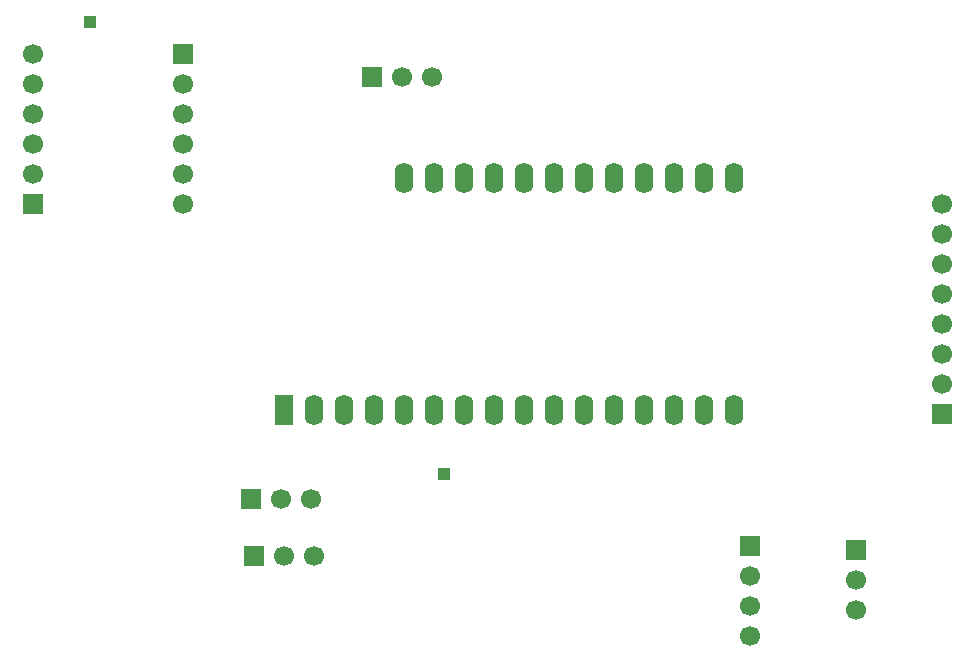
<source format=gbs>
%TF.GenerationSoftware,KiCad,Pcbnew,9.0.6*%
%TF.CreationDate,2025-11-22T22:40:18-08:00*%
%TF.ProjectId,A_Team_ECE411,415f5465-616d-45f4-9543-453431312e6b,4*%
%TF.SameCoordinates,Original*%
%TF.FileFunction,Soldermask,Bot*%
%TF.FilePolarity,Negative*%
%FSLAX46Y46*%
G04 Gerber Fmt 4.6, Leading zero omitted, Abs format (unit mm)*
G04 Created by KiCad (PCBNEW 9.0.6) date 2025-11-22 22:40:18*
%MOMM*%
%LPD*%
G01*
G04 APERTURE LIST*
G04 Aperture macros list*
%AMRoundRect*
0 Rectangle with rounded corners*
0 $1 Rounding radius*
0 $2 $3 $4 $5 $6 $7 $8 $9 X,Y pos of 4 corners*
0 Add a 4 corners polygon primitive as box body*
4,1,4,$2,$3,$4,$5,$6,$7,$8,$9,$2,$3,0*
0 Add four circle primitives for the rounded corners*
1,1,$1+$1,$2,$3*
1,1,$1+$1,$4,$5*
1,1,$1+$1,$6,$7*
1,1,$1+$1,$8,$9*
0 Add four rect primitives between the rounded corners*
20,1,$1+$1,$2,$3,$4,$5,0*
20,1,$1+$1,$4,$5,$6,$7,0*
20,1,$1+$1,$6,$7,$8,$9,0*
20,1,$1+$1,$8,$9,$2,$3,0*%
G04 Aperture macros list end*
%ADD10R,1.700000X1.700000*%
%ADD11C,1.700000*%
%ADD12RoundRect,0.250000X0.550000X-1.050000X0.550000X1.050000X-0.550000X1.050000X-0.550000X-1.050000X0*%
%ADD13O,1.600000X2.600000*%
%ADD14R,1.000000X1.000000*%
G04 APERTURE END LIST*
D10*
%TO.C,U2*%
X221700000Y-102490000D03*
D11*
X221700000Y-99950000D03*
X221700000Y-97410000D03*
X221700000Y-94870000D03*
X221700000Y-92330000D03*
X221700000Y-89790000D03*
X221700000Y-87250000D03*
X221700000Y-84710000D03*
%TD*%
D10*
%TO.C,JP2*%
X144800000Y-84700000D03*
D11*
X144800000Y-82160000D03*
X144800000Y-79620000D03*
X144800000Y-77080000D03*
X144800000Y-74540000D03*
X144800000Y-72000000D03*
%TD*%
D10*
%TO.C,D4*%
X163500000Y-114500000D03*
D11*
X166040000Y-114500000D03*
X168580000Y-114500000D03*
%TD*%
D12*
%TO.C,A1*%
X166000000Y-102200000D03*
D13*
X168540000Y-102200000D03*
X171080000Y-102200000D03*
X173620000Y-102200000D03*
X176160000Y-102200000D03*
X178700000Y-102200000D03*
X181240000Y-102200000D03*
X183780000Y-102200000D03*
X186320000Y-102200000D03*
X188860000Y-102200000D03*
X191400000Y-102200000D03*
X193940000Y-102200000D03*
X196480000Y-102200000D03*
X199020000Y-102200000D03*
X201560000Y-102200000D03*
X204100000Y-102200000D03*
X204100000Y-82480000D03*
X201560000Y-82480000D03*
X199020000Y-82480000D03*
X196480000Y-82480000D03*
X193940000Y-82480000D03*
X191400000Y-82480000D03*
X188860000Y-82480000D03*
X186320000Y-82480000D03*
X183780000Y-82480000D03*
X181240000Y-82480000D03*
X178700000Y-82480000D03*
X176160000Y-82480000D03*
%TD*%
D14*
%TO.C,TP1*%
X149600000Y-69300000D03*
%TD*%
D10*
%TO.C,D1*%
X163230000Y-109730000D03*
D11*
X165770000Y-109730000D03*
X168310000Y-109730000D03*
%TD*%
D14*
%TO.C,TP2*%
X179600000Y-107600000D03*
%TD*%
D10*
%TO.C,SW2*%
X173500000Y-74000000D03*
D11*
X176040000Y-74000000D03*
X178580000Y-74000000D03*
%TD*%
D10*
%TO.C,IC1*%
X205500000Y-113690000D03*
D11*
X205500000Y-116230000D03*
X205500000Y-118770000D03*
X205500000Y-121310000D03*
%TD*%
%TO.C,SW1*%
X214500000Y-116540000D03*
X214500000Y-119080000D03*
D10*
X214500000Y-114000000D03*
%TD*%
%TO.C,JP3*%
X157500000Y-72000000D03*
D11*
X157500000Y-74540000D03*
X157500000Y-77080000D03*
X157500000Y-79620000D03*
X157500000Y-82160000D03*
X157500000Y-84700000D03*
%TD*%
M02*

</source>
